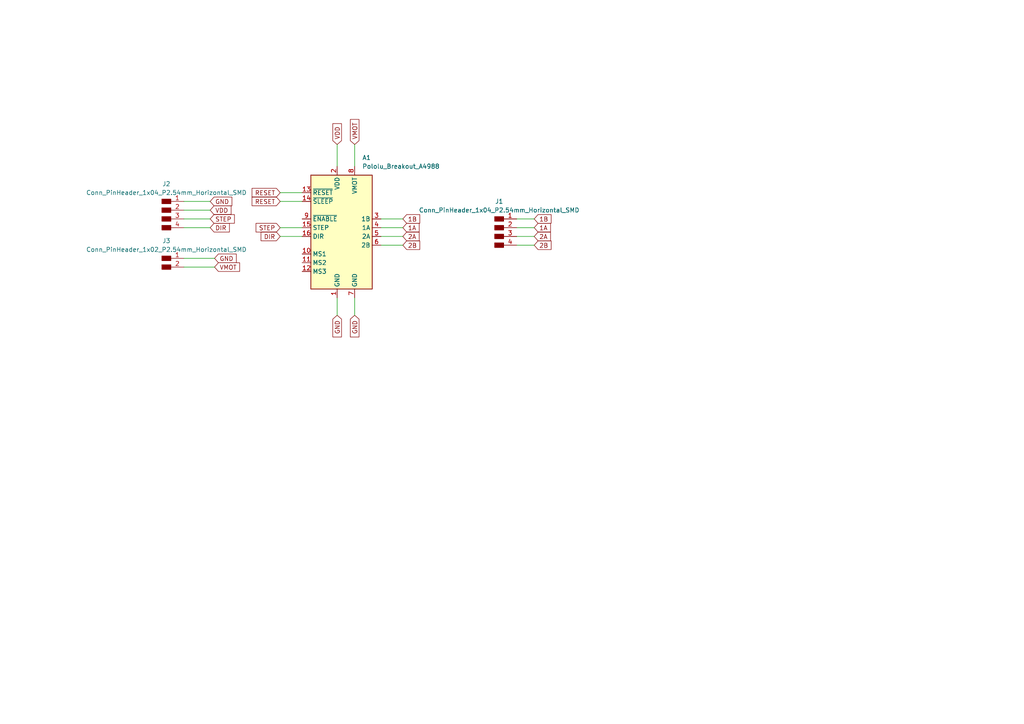
<source format=kicad_sch>
(kicad_sch (version 20231120) (generator "eeschema") (generator_version "8.0")
  (paper "A4")
  (lib_symbols
    (symbol "Driver_Motor:Pololu_Breakout_A4988"
      (property "Reference" "A" (at -2.54 19.05 0))
      (property "Value" "Pololu_Breakout_A4988" (at -2.54 16.51 0))
      (symbol "Pololu_Breakout_A4988_0_1"
        (rectangle (start 10.16 -17.78) (end -7.62 15.24) (stroke (width 0.254)) (fill (type background)))
      )
      (symbol "Pololu_Breakout_A4988_1_1"
        (pin power_in line (at 0 -20.32 90) (length 2.54) (name "GND") (number "1"))
        (pin input line (at -10.16 -7.62 0) (length 2.54) (name "MS1") (number "10"))
        (pin input line (at -10.16 -10.16 0) (length 2.54) (name "MS2") (number "11"))
        (pin input line (at -10.16 -12.7 0) (length 2.54) (name "MS3") (number "12"))
        (pin input line (at -10.16 10.16 0) (length 2.54) (name "~{RESET}") (number "13"))
        (pin input line (at -10.16 7.62 0) (length 2.54) (name "~{SLEEP}") (number "14"))
        (pin input line (at -10.16 0 0) (length 2.54) (name "STEP") (number "15"))
        (pin input line (at -10.16 -2.54 0) (length 2.54) (name "DIR") (number "16"))
        (pin power_in line (at 0 17.78 270) (length 2.54) (name "VDD") (number "2"))
        (pin output line (at 12.7 2.54 180) (length 2.54) (name "1B") (number "3"))
        (pin output line (at 12.7 0 180) (length 2.54) (name "1A") (number "4"))
        (pin output line (at 12.7 -2.54 180) (length 2.54) (name "2A") (number "5"))
        (pin output line (at 12.7 -5.08 180) (length 2.54) (name "2B") (number "6"))
        (pin power_in line (at 5.08 -20.32 90) (length 2.54) (name "GND") (number "7"))
        (pin power_in line (at 5.08 17.78 270) (length 2.54) (name "VMOT") (number "8"))
        (pin input line (at -10.16 2.54 0) (length 2.54) (name "~{ENABLE}") (number "9"))
      )
    )
    (symbol "fab:Conn_PinHeader_1x02_P2.54mm_Horizontal_SMD" (pin_names hide)
      (property "Reference" "J" (at 0 2.54 0))
      (property "Value" "Conn_PinHeader_1x02_P2.54mm_Horizontal_SMD" (at 0 -5.08 0))
      (symbol "Conn_PinHeader_1x02_P2.54mm_Horizontal_SMD_1_1"
        (rectangle (start -1.27 -1.905) (end 1.27 -3.175) (stroke (width 0.254)) (fill (type outline)))
        (rectangle (start -1.27 0.635) (end 1.27 -0.635) (stroke (width 0.254)) (fill (type outline)))
        (pin passive line (at 5.08 0 180) (length 3.81) (name "Pin_1") (number "1"))
        (pin passive line (at 5.08 -2.54 180) (length 3.81) (name "Pin_2") (number "2"))
      )
    )
    (symbol "fab:Conn_PinHeader_1x04_P2.54mm_Horizontal_SMD" (pin_names hide)
      (property "Reference" "J" (at 0 5.08 0))
      (property "Value" "Conn_PinHeader_1x04_P2.54mm_Horizontal_SMD" (at 0 -7.62 0))
      (symbol "Conn_PinHeader_1x04_P2.54mm_Horizontal_SMD_1_1"
        (rectangle (start -1.27 -4.445) (end 1.27 -5.715) (stroke (width 0.254)) (fill (type outline)))
        (rectangle (start -1.27 -1.905) (end 1.27 -3.175) (stroke (width 0.254)) (fill (type outline)))
        (rectangle (start -1.27 0.635) (end 1.27 -0.635) (stroke (width 0.254)) (fill (type outline)))
        (rectangle (start -1.27 3.175) (end 1.27 1.905) (stroke (width 0.254)) (fill (type outline)))
        (pin passive line (at 5.08 2.54 180) (length 3.81) (name "Pin_1") (number "1"))
        (pin passive line (at 5.08 0 180) (length 3.81) (name "Pin_2") (number "2"))
        (pin passive line (at 5.08 -2.54 180) (length 3.81) (name "Pin_3") (number "3"))
        (pin passive line (at 5.08 -5.08 180) (length 3.81) (name "Pin_4") (number "4"))
      )
    )
  )
  (wire (pts (xy 149.86 63.5) (xy 154.94 63.5)))
  (wire (pts (xy 97.79 86.36) (xy 97.79 91.44)))
  (wire (pts (xy 81.28 58.42) (xy 87.63 58.42)))
  (wire (pts (xy 53.34 60.96) (xy 60.96 60.96)))
  (wire (pts (xy 110.49 71.12) (xy 116.84 71.12)))
  (wire (pts (xy 53.34 77.47) (xy 62.23 77.47)))
  (wire (pts (xy 110.49 66.04) (xy 116.84 66.04)))
  (wire (pts (xy 149.86 71.12) (xy 154.94 71.12)))
  (wire (pts (xy 110.49 63.5) (xy 116.84 63.5)))
  (wire (pts (xy 102.87 41.91) (xy 102.87 48.26)))
  (wire (pts (xy 149.86 66.04) (xy 154.94 66.04)))
  (wire (pts (xy 53.34 74.93) (xy 62.23 74.93)))
  (wire (pts (xy 102.87 86.36) (xy 102.87 91.44)))
  (wire (pts (xy 81.28 66.04) (xy 87.63 66.04)))
  (wire (pts (xy 53.34 66.04) (xy 60.96 66.04)))
  (wire (pts (xy 110.49 68.58) (xy 116.84 68.58)))
  (wire (pts (xy 149.86 68.58) (xy 154.94 68.58)))
  (wire (pts (xy 97.79 41.91) (xy 97.79 48.26)))
  (wire (pts (xy 81.28 55.88) (xy 87.63 55.88)))
  (wire (pts (xy 53.34 58.42) (xy 60.96 58.42)))
  (wire (pts (xy 53.34 63.5) (xy 60.96 63.5)))
  (wire (pts (xy 81.28 68.58) (xy 87.63 68.58)))
  (global_label "STEP" (shape input) (at 60.96 63.5 0) (property "Intersheetrefs" "${INTERSHEET_REFS}" (effects (hide yes))))
  (global_label "2A" (shape input) (at 116.84 68.58 0) (property "Intersheetrefs" "${INTERSHEET_REFS}" (effects (hide yes))))
  (global_label "VDD" (shape input) (at 97.79 41.91 90) (property "Intersheetrefs" "${INTERSHEET_REFS}" (effects (hide yes))))
  (global_label "GND" (shape input) (at 102.87 91.44 270) (property "Intersheetrefs" "${INTERSHEET_REFS}" (effects (hide yes))))
  (global_label "RESET" (shape input) (at 81.28 58.42 180) (property "Intersheetrefs" "${INTERSHEET_REFS}" (effects (hide yes))))
  (global_label "STEP" (shape input) (at 81.28 66.04 180) (property "Intersheetrefs" "${INTERSHEET_REFS}" (effects (hide yes))))
  (global_label "DIR" (shape input) (at 81.28 68.58 180) (property "Intersheetrefs" "${INTERSHEET_REFS}" (effects (hide yes))))
  (global_label "2B" (shape input) (at 154.94 71.12 0) (property "Intersheetrefs" "${INTERSHEET_REFS}" (effects (hide yes))))
  (global_label "GND" (shape input) (at 62.23 74.93 0) (property "Intersheetrefs" "${INTERSHEET_REFS}" (effects (hide yes))))
  (global_label "DIR" (shape input) (at 60.96 66.04 0) (property "Intersheetrefs" "${INTERSHEET_REFS}" (effects (hide yes))))
  (global_label "RESET" (shape input) (at 81.28 55.88 180) (property "Intersheetrefs" "${INTERSHEET_REFS}" (effects (hide yes))))
  (global_label "VMOT" (shape input) (at 62.23 77.47 0) (property "Intersheetrefs" "${INTERSHEET_REFS}" (effects (hide yes))))
  (global_label "GND" (shape input) (at 97.79 91.44 270) (property "Intersheetrefs" "${INTERSHEET_REFS}" (effects (hide yes))))
  (global_label "1A" (shape input) (at 116.84 66.04 0) (property "Intersheetrefs" "${INTERSHEET_REFS}" (effects (hide yes))))
  (global_label "GND" (shape input) (at 60.96 58.42 0) (property "Intersheetrefs" "${INTERSHEET_REFS}" (effects (hide yes))))
  (global_label "2B" (shape input) (at 116.84 71.12 0) (property "Intersheetrefs" "${INTERSHEET_REFS}" (effects (hide yes))))
  (global_label "1B" (shape input) (at 154.94 63.5 0) (property "Intersheetrefs" "${INTERSHEET_REFS}" (effects (hide yes))))
  (global_label "1A" (shape input) (at 154.94 66.04 0) (property "Intersheetrefs" "${INTERSHEET_REFS}" (effects (hide yes))))
  (global_label "VMOT" (shape input) (at 102.87 41.91 90) (property "Intersheetrefs" "${INTERSHEET_REFS}" (effects (hide yes))))
  (global_label "1B" (shape input) (at 116.84 63.5 0) (property "Intersheetrefs" "${INTERSHEET_REFS}" (effects (hide yes))))
  (global_label "VDD" (shape input) (at 60.96 60.96 0) (property "Intersheetrefs" "${INTERSHEET_REFS}" (effects (hide yes))))
  (global_label "2A" (shape input) (at 154.94 68.58 0) (property "Intersheetrefs" "${INTERSHEET_REFS}" (effects (hide yes))))
  (symbol (lib_id "fab:Conn_PinHeader_1x04_P2.54mm_Horizontal_SMD") (at 144.78 66.04 0) (unit 1)
    (property "Reference" "J1" (at 144.78 58.42 0))
    (property "Value" "Conn_PinHeader_1x04_P2.54mm_Horizontal_SMD" (at 144.78 60.96 0))
    (property "Footprint" "fab:PinHeader_1x04_P2.54mm_Horizontal_SMD" (effects (hide yes)))
    (property "Description" "Male connector, single row" (effects (hide yes)))
  )
  (symbol (lib_id "Driver_Motor:Pololu_Breakout_A4988") (at 97.79 66.04 0) (unit 1)
    (property "Reference" "A1" (at 105.0641 45.72 0) (effects (justify left)))
    (property "Value" "Pololu_Breakout_A4988" (at 105.0641 48.26 0) (effects (justify left)))
    (property "Footprint" "Module:Pololu_Breakout-16_15.2x20.3mm" (effects (hide yes)))
    (property "Datasheet" "https://www.pololu.com/product/2980/pictures" (effects (hide yes)))
    (property "Description" "Pololu Breakout Board, Stepper Driver A4988" (effects (hide yes)))
  )
  (symbol (lib_id "fab:Conn_PinHeader_1x02_P2.54mm_Horizontal_SMD") (at 48.26 74.93 0) (unit 1)
    (property "Reference" "J3" (at 48.26 69.85 0))
    (property "Value" "Conn_PinHeader_1x02_P2.54mm_Horizontal_SMD" (at 48.26 72.39 0))
    (property "Footprint" "fab:PinHeader_1x02_P2.54mm_Horizontal_SMD" (effects (hide yes)))
    (property "Description" "Male connector, single row" (effects (hide yes)))
  )
  (symbol (lib_id "fab:Conn_PinHeader_1x04_P2.54mm_Horizontal_SMD") (at 48.26 60.96 0) (unit 1)
    (property "Reference" "J2" (at 48.26 53.34 0))
    (property "Value" "Conn_PinHeader_1x04_P2.54mm_Horizontal_SMD" (at 48.26 55.88 0))
    (property "Footprint" "fab:PinHeader_1x04_P2.54mm_Horizontal_SMD" (effects (hide yes)))
    (property "Description" "Male connector, single row" (effects (hide yes)))
  )
)
</source>
